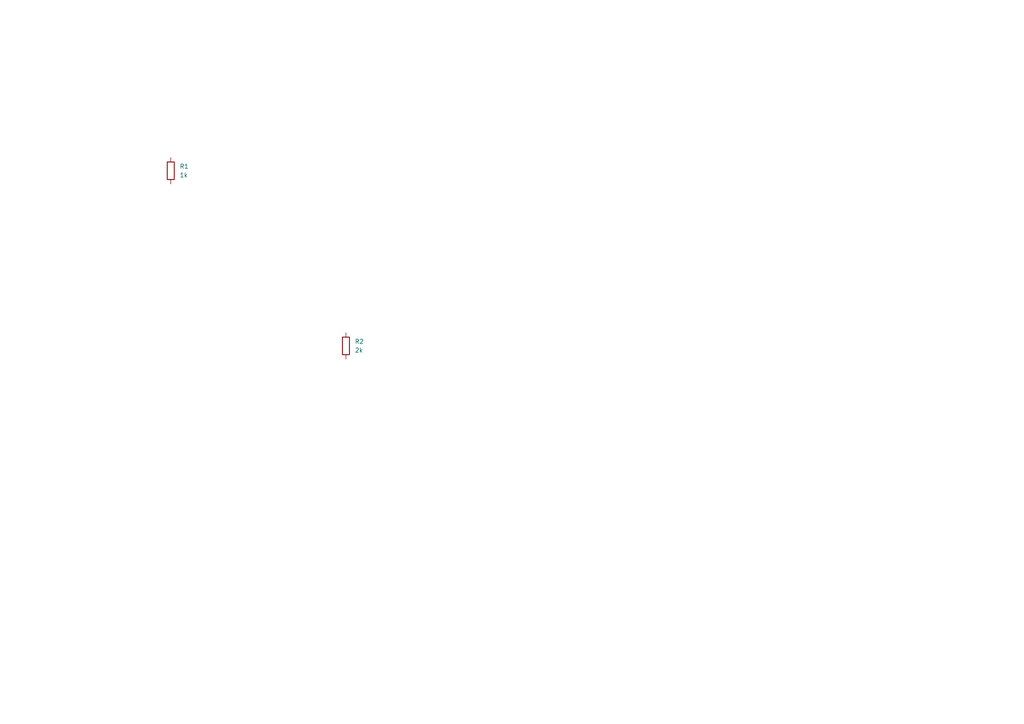
<source format=kicad_sch>
(kicad_sch (version 20250114) (generator "eeschema") (generator_version "9.0")
  (paper "A4")
  (title_block (title "Bounds Test"))
  (lib_symbols
    (symbol "Device:R" (pin_numbers (hide yes)) (pin_names (offset 0))
      (property "Reference" "R" (at 2.032 0 90))
      (property "Value" "R" (at 0 0 90))
      (symbol "R_0_1"
        (rectangle (start -1.016 -2.54) (end 1.016 2.54) (stroke (width 0.254)))
      )
      (symbol "R_1_1"
        (pin passive line (at 0 3.81 270) (length 1.27) (name "~") (number "1"))
        (pin passive line (at 0 -3.81 90) (length 1.27) (name "~") (number "2"))
      )
    )
  )
  (symbol (lib_id "Device:R") (at 49.53 49.53 0) (unit 1)
    (property "Reference" "R1" (at 52.07 48.2599 0) (effects (justify left)))
    (property "Value" "1k" (at 52.07 50.7999 0) (effects (justify left)))
  )
  (symbol (lib_id "Device:R") (at 100.33 100.33 0) (unit 1)
    (property "Reference" "R2" (at 102.87 99.0599 0) (effects (justify left)))
    (property "Value" "2k" (at 102.87 101.5999 0) (effects (justify left)))
  )
)
</source>
